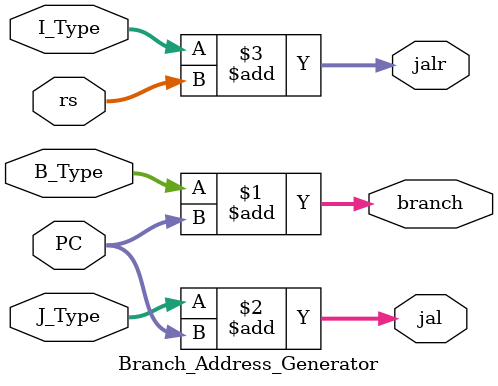
<source format=sv>
`timescale 1ns / 1ps

module Branch_Address_Generator(
    input [31:0] B_Type,
    input [31:0] J_Type,
    input [31:0] I_Type,
    input [31:0] PC,
    input [31:0] rs,
    output [31:0] branch,
    output [31:0]jal,
    output [31:0] jalr
    );
    
    assign branch = B_Type + PC; //adds the 'branch-to' value to the Program Count
    assign jal = J_Type + PC; //adds 'jump-to' value to the Program Count
    assign jalr = I_Type + rs; //adds the value in the source register 
                                //to the I-type immediate
endmodule

</source>
